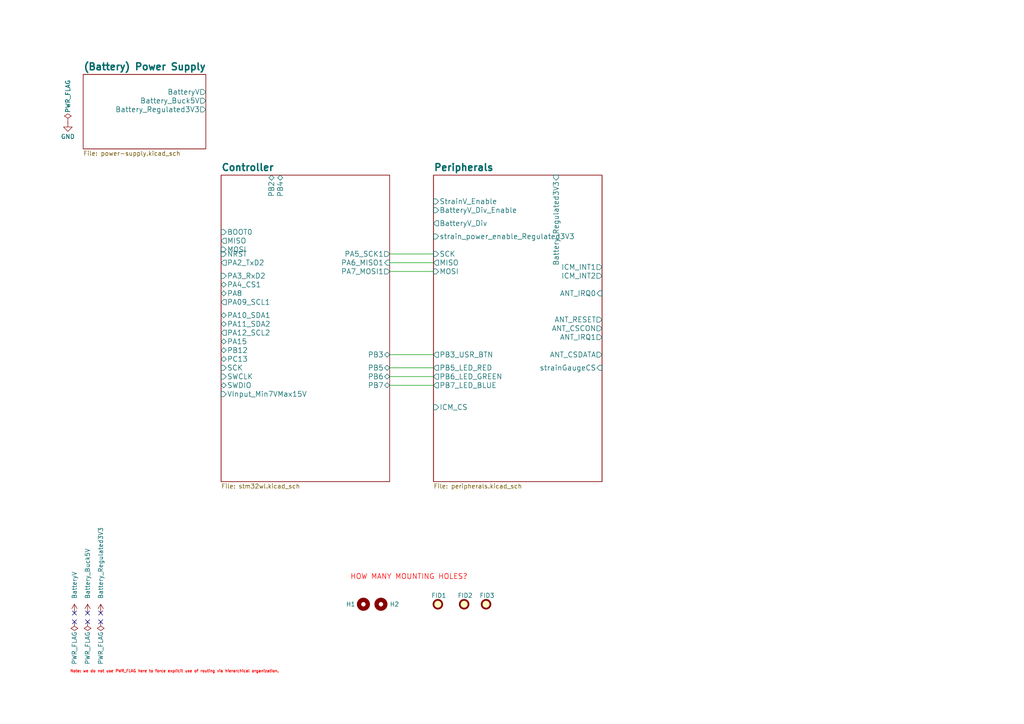
<source format=kicad_sch>
(kicad_sch
	(version 20250114)
	(generator "eeschema")
	(generator_version "9.0")
	(uuid "955cc99e-a129-42cf-abc7-aa99813fdb5f")
	(paper "A4")
	(title_block
		(title "sensor system")
		(date "2025-03-08")
		(rev "1")
		(company "BCIT BAJA")
	)
	(lib_symbols
		(symbol "Mechanical:Fiducial"
			(exclude_from_sim yes)
			(in_bom no)
			(on_board yes)
			(property "Reference" "FID"
				(at 0 5.08 0)
				(effects
					(font
						(size 1.27 1.27)
					)
				)
			)
			(property "Value" "Fiducial"
				(at 0 3.175 0)
				(effects
					(font
						(size 1.27 1.27)
					)
				)
			)
			(property "Footprint" ""
				(at 0 0 0)
				(effects
					(font
						(size 1.27 1.27)
					)
					(hide yes)
				)
			)
			(property "Datasheet" "~"
				(at 0 0 0)
				(effects
					(font
						(size 1.27 1.27)
					)
					(hide yes)
				)
			)
			(property "Description" "Fiducial Marker"
				(at 0 0 0)
				(effects
					(font
						(size 1.27 1.27)
					)
					(hide yes)
				)
			)
			(property "ki_keywords" "fiducial marker"
				(at 0 0 0)
				(effects
					(font
						(size 1.27 1.27)
					)
					(hide yes)
				)
			)
			(property "ki_fp_filters" "Fiducial*"
				(at 0 0 0)
				(effects
					(font
						(size 1.27 1.27)
					)
					(hide yes)
				)
			)
			(symbol "Fiducial_0_1"
				(circle
					(center 0 0)
					(radius 1.27)
					(stroke
						(width 0.508)
						(type default)
					)
					(fill
						(type background)
					)
				)
			)
			(embedded_fonts no)
		)
		(symbol "Mechanical:MountingHole"
			(pin_names
				(offset 1.016)
			)
			(exclude_from_sim no)
			(in_bom yes)
			(on_board yes)
			(property "Reference" "H"
				(at 0 5.08 0)
				(effects
					(font
						(size 1.27 1.27)
					)
				)
			)
			(property "Value" "MountingHole"
				(at 0 3.175 0)
				(effects
					(font
						(size 1.27 1.27)
					)
				)
			)
			(property "Footprint" ""
				(at 0 0 0)
				(effects
					(font
						(size 1.27 1.27)
					)
					(hide yes)
				)
			)
			(property "Datasheet" "~"
				(at 0 0 0)
				(effects
					(font
						(size 1.27 1.27)
					)
					(hide yes)
				)
			)
			(property "Description" "Mounting Hole without connection"
				(at 0 0 0)
				(effects
					(font
						(size 1.27 1.27)
					)
					(hide yes)
				)
			)
			(property "ki_keywords" "mounting hole"
				(at 0 0 0)
				(effects
					(font
						(size 1.27 1.27)
					)
					(hide yes)
				)
			)
			(property "ki_fp_filters" "MountingHole*"
				(at 0 0 0)
				(effects
					(font
						(size 1.27 1.27)
					)
					(hide yes)
				)
			)
			(symbol "MountingHole_0_1"
				(circle
					(center 0 0)
					(radius 1.27)
					(stroke
						(width 1.27)
						(type default)
					)
					(fill
						(type none)
					)
				)
			)
			(embedded_fonts no)
		)
		(symbol "power:+2V8"
			(power)
			(pin_names
				(offset 0)
			)
			(exclude_from_sim no)
			(in_bom yes)
			(on_board yes)
			(property "Reference" "#PWR"
				(at 0 -3.81 0)
				(effects
					(font
						(size 1.27 1.27)
					)
					(hide yes)
				)
			)
			(property "Value" "+2V8"
				(at 0 3.556 0)
				(effects
					(font
						(size 1.27 1.27)
					)
				)
			)
			(property "Footprint" ""
				(at 0 0 0)
				(effects
					(font
						(size 1.27 1.27)
					)
					(hide yes)
				)
			)
			(property "Datasheet" ""
				(at 0 0 0)
				(effects
					(font
						(size 1.27 1.27)
					)
					(hide yes)
				)
			)
			(property "Description" "Power symbol creates a global label with name \"+2V8\""
				(at 0 0 0)
				(effects
					(font
						(size 1.27 1.27)
					)
					(hide yes)
				)
			)
			(property "ki_keywords" "power-flag"
				(at 0 0 0)
				(effects
					(font
						(size 1.27 1.27)
					)
					(hide yes)
				)
			)
			(symbol "+2V8_0_1"
				(polyline
					(pts
						(xy -0.762 1.27) (xy 0 2.54)
					)
					(stroke
						(width 0)
						(type default)
					)
					(fill
						(type none)
					)
				)
				(polyline
					(pts
						(xy 0 2.54) (xy 0.762 1.27)
					)
					(stroke
						(width 0)
						(type default)
					)
					(fill
						(type none)
					)
				)
				(polyline
					(pts
						(xy 0 0) (xy 0 2.54)
					)
					(stroke
						(width 0)
						(type default)
					)
					(fill
						(type none)
					)
				)
			)
			(symbol "+2V8_1_1"
				(pin power_in line
					(at 0 0 90)
					(length 0)
					(hide yes)
					(name "+2V8"
						(effects
							(font
								(size 1.27 1.27)
							)
						)
					)
					(number "1"
						(effects
							(font
								(size 1.27 1.27)
							)
						)
					)
				)
			)
			(embedded_fonts no)
		)
		(symbol "power:+BATT"
			(power)
			(pin_names
				(offset 0)
			)
			(exclude_from_sim no)
			(in_bom yes)
			(on_board yes)
			(property "Reference" "#PWR"
				(at 0 -3.81 0)
				(effects
					(font
						(size 1.27 1.27)
					)
					(hide yes)
				)
			)
			(property "Value" "+BATT"
				(at 0 3.556 0)
				(effects
					(font
						(size 1.27 1.27)
					)
				)
			)
			(property "Footprint" ""
				(at 0 0 0)
				(effects
					(font
						(size 1.27 1.27)
					)
					(hide yes)
				)
			)
			(property "Datasheet" ""
				(at 0 0 0)
				(effects
					(font
						(size 1.27 1.27)
					)
					(hide yes)
				)
			)
			(property "Description" "Power symbol creates a global label with name \"+BATT\""
				(at 0 0 0)
				(effects
					(font
						(size 1.27 1.27)
					)
					(hide yes)
				)
			)
			(property "ki_keywords" "power-flag battery"
				(at 0 0 0)
				(effects
					(font
						(size 1.27 1.27)
					)
					(hide yes)
				)
			)
			(symbol "+BATT_0_1"
				(polyline
					(pts
						(xy -0.762 1.27) (xy 0 2.54)
					)
					(stroke
						(width 0)
						(type default)
					)
					(fill
						(type none)
					)
				)
				(polyline
					(pts
						(xy 0 2.54) (xy 0.762 1.27)
					)
					(stroke
						(width 0)
						(type default)
					)
					(fill
						(type none)
					)
				)
				(polyline
					(pts
						(xy 0 0) (xy 0 2.54)
					)
					(stroke
						(width 0)
						(type default)
					)
					(fill
						(type none)
					)
				)
			)
			(symbol "+BATT_1_1"
				(pin power_in line
					(at 0 0 90)
					(length 0)
					(hide yes)
					(name "+BATT"
						(effects
							(font
								(size 1.27 1.27)
							)
						)
					)
					(number "1"
						(effects
							(font
								(size 1.27 1.27)
							)
						)
					)
				)
			)
			(embedded_fonts no)
		)
		(symbol "power:GND"
			(power)
			(pin_names
				(offset 0)
			)
			(exclude_from_sim no)
			(in_bom yes)
			(on_board yes)
			(property "Reference" "#PWR"
				(at 0 -6.35 0)
				(effects
					(font
						(size 1.27 1.27)
					)
					(hide yes)
				)
			)
			(property "Value" "GND"
				(at 0 -3.81 0)
				(effects
					(font
						(size 1.27 1.27)
					)
				)
			)
			(property "Footprint" ""
				(at 0 0 0)
				(effects
					(font
						(size 1.27 1.27)
					)
					(hide yes)
				)
			)
			(property "Datasheet" ""
				(at 0 0 0)
				(effects
					(font
						(size 1.27 1.27)
					)
					(hide yes)
				)
			)
			(property "Description" "Power symbol creates a global label with name \"GND\" , ground"
				(at 0 0 0)
				(effects
					(font
						(size 1.27 1.27)
					)
					(hide yes)
				)
			)
			(property "ki_keywords" "power-flag"
				(at 0 0 0)
				(effects
					(font
						(size 1.27 1.27)
					)
					(hide yes)
				)
			)
			(symbol "GND_0_1"
				(polyline
					(pts
						(xy 0 0) (xy 0 -1.27) (xy 1.27 -1.27) (xy 0 -2.54) (xy -1.27 -1.27) (xy 0 -1.27)
					)
					(stroke
						(width 0)
						(type default)
					)
					(fill
						(type none)
					)
				)
			)
			(symbol "GND_1_1"
				(pin power_in line
					(at 0 0 270)
					(length 0)
					(hide yes)
					(name "GND"
						(effects
							(font
								(size 1.27 1.27)
							)
						)
					)
					(number "1"
						(effects
							(font
								(size 1.27 1.27)
							)
						)
					)
				)
			)
			(embedded_fonts no)
		)
		(symbol "power:PWR_FLAG"
			(power)
			(pin_numbers
				(hide yes)
			)
			(pin_names
				(offset 0)
				(hide yes)
			)
			(exclude_from_sim no)
			(in_bom yes)
			(on_board yes)
			(property "Reference" "#FLG"
				(at 0 1.905 0)
				(effects
					(font
						(size 1.27 1.27)
					)
					(hide yes)
				)
			)
			(property "Value" "PWR_FLAG"
				(at 0 3.81 0)
				(effects
					(font
						(size 1.27 1.27)
					)
				)
			)
			(property "Footprint" ""
				(at 0 0 0)
				(effects
					(font
						(size 1.27 1.27)
					)
					(hide yes)
				)
			)
			(property "Datasheet" "~"
				(at 0 0 0)
				(effects
					(font
						(size 1.27 1.27)
					)
					(hide yes)
				)
			)
			(property "Description" "Special symbol for telling ERC where power comes from"
				(at 0 0 0)
				(effects
					(font
						(size 1.27 1.27)
					)
					(hide yes)
				)
			)
			(property "ki_keywords" "power-flag"
				(at 0 0 0)
				(effects
					(font
						(size 1.27 1.27)
					)
					(hide yes)
				)
			)
			(symbol "PWR_FLAG_0_0"
				(pin power_out line
					(at 0 0 90)
					(length 0)
					(name "pwr"
						(effects
							(font
								(size 1.27 1.27)
							)
						)
					)
					(number "1"
						(effects
							(font
								(size 1.27 1.27)
							)
						)
					)
				)
			)
			(symbol "PWR_FLAG_0_1"
				(polyline
					(pts
						(xy 0 0) (xy 0 1.27) (xy -1.016 1.905) (xy 0 2.54) (xy 1.016 1.905) (xy 0 1.27)
					)
					(stroke
						(width 0)
						(type default)
					)
					(fill
						(type none)
					)
				)
			)
			(embedded_fonts no)
		)
		(symbol "power:VCC"
			(power)
			(pin_numbers
				(hide yes)
			)
			(pin_names
				(offset 0)
				(hide yes)
			)
			(exclude_from_sim no)
			(in_bom yes)
			(on_board yes)
			(property "Reference" "#PWR"
				(at 0 -3.81 0)
				(effects
					(font
						(size 1.27 1.27)
					)
					(hide yes)
				)
			)
			(property "Value" "VCC"
				(at 0 3.556 0)
				(effects
					(font
						(size 1.27 1.27)
					)
				)
			)
			(property "Footprint" ""
				(at 0 0 0)
				(effects
					(font
						(size 1.27 1.27)
					)
					(hide yes)
				)
			)
			(property "Datasheet" ""
				(at 0 0 0)
				(effects
					(font
						(size 1.27 1.27)
					)
					(hide yes)
				)
			)
			(property "Description" "Power symbol creates a global label with name \"VCC\""
				(at 0 0 0)
				(effects
					(font
						(size 1.27 1.27)
					)
					(hide yes)
				)
			)
			(property "ki_keywords" "global power"
				(at 0 0 0)
				(effects
					(font
						(size 1.27 1.27)
					)
					(hide yes)
				)
			)
			(symbol "VCC_0_1"
				(polyline
					(pts
						(xy -0.762 1.27) (xy 0 2.54)
					)
					(stroke
						(width 0)
						(type default)
					)
					(fill
						(type none)
					)
				)
				(polyline
					(pts
						(xy 0 2.54) (xy 0.762 1.27)
					)
					(stroke
						(width 0)
						(type default)
					)
					(fill
						(type none)
					)
				)
				(polyline
					(pts
						(xy 0 0) (xy 0 2.54)
					)
					(stroke
						(width 0)
						(type default)
					)
					(fill
						(type none)
					)
				)
			)
			(symbol "VCC_1_1"
				(pin power_in line
					(at 0 0 90)
					(length 0)
					(name "~"
						(effects
							(font
								(size 1.27 1.27)
							)
						)
					)
					(number "1"
						(effects
							(font
								(size 1.27 1.27)
							)
						)
					)
				)
			)
			(embedded_fonts no)
		)
	)
	(text "HOW MANY MOUNTING HOLES?"
		(exclude_from_sim no)
		(at 118.618 167.386 0)
		(effects
			(font
				(size 1.4986 1.4986)
				(color 255 0 0 1)
			)
		)
		(uuid "aa9099b3-4cba-4478-8ce2-4eebb21cb7d0")
	)
	(text "Note: we do not use PWR_FLAG here to force explicit use of routing via hierarchical organization."
		(exclude_from_sim no)
		(at 20.32 194.818 0)
		(effects
			(font
				(size 0.8 0.8)
				(color 255 0 0 1)
			)
			(justify left)
		)
		(uuid "e78fc792-10d0-4e75-8a0f-8d6ef5498af3")
	)
	(no_connect
		(at 29.21 180.34)
		(uuid "1390b8f5-2277-4733-8d45-26b6fe8b8815")
	)
	(no_connect
		(at 29.21 177.8)
		(uuid "28b86820-2dad-444c-a1a3-32085c0ef24e")
	)
	(no_connect
		(at 21.59 180.34)
		(uuid "4376ef8c-3174-4624-bee1-88064d975eff")
	)
	(no_connect
		(at 21.59 177.8)
		(uuid "5234f220-2949-414a-b36c-542545d1023e")
	)
	(no_connect
		(at 25.4 180.34)
		(uuid "5d2dc3ce-12c2-425d-be1d-bffd7d5c103c")
	)
	(no_connect
		(at 25.4 177.8)
		(uuid "c70a9d05-5747-40b9-90e6-454f250c9e36")
	)
	(wire
		(pts
			(xy 125.73 73.66) (xy 113.03 73.66)
		)
		(stroke
			(width 0)
			(type default)
		)
		(uuid "269f19c3-6824-45a8-be29-fa58d70cbb42")
	)
	(wire
		(pts
			(xy 113.03 102.87) (xy 125.73 102.87)
		)
		(stroke
			(width 0)
			(type default)
		)
		(uuid "337e8520-cbd2-42c0-8d17-743bab17cbbd")
	)
	(wire
		(pts
			(xy 113.03 111.76) (xy 125.73 111.76)
		)
		(stroke
			(width 0)
			(type default)
		)
		(uuid "96db52e2-6336-4f5e-846e-528c594d0509")
	)
	(wire
		(pts
			(xy 113.03 76.2) (xy 125.73 76.2)
		)
		(stroke
			(width 0)
			(type default)
		)
		(uuid "da481376-0e49-44d3-91b8-aaa39b869dd1")
	)
	(wire
		(pts
			(xy 125.73 109.22) (xy 113.03 109.22)
		)
		(stroke
			(width 0)
			(type default)
		)
		(uuid "f0ff5d1c-5481-4958-b844-4f68a17d4166")
	)
	(wire
		(pts
			(xy 125.73 78.74) (xy 113.03 78.74)
		)
		(stroke
			(width 0)
			(type default)
		)
		(uuid "f988d6ea-11c5-4837-b1d1-5c292ded50c6")
	)
	(wire
		(pts
			(xy 113.03 106.68) (xy 125.73 106.68)
		)
		(stroke
			(width 0)
			(type default)
		)
		(uuid "fdc60c06-30fa-4dfb-96b4-809b755999e1")
	)
	(symbol
		(lib_id "Mechanical:MountingHole")
		(at 110.49 175.26 0)
		(unit 1)
		(exclude_from_sim no)
		(in_bom yes)
		(on_board yes)
		(dnp no)
		(uuid "24cccccf-359d-4557-b30d-3278105a804b")
		(property "Reference" "H2"
			(at 113.03 175.26 0)
			(effects
				(font
					(size 1.27 1.27)
				)
				(justify left)
			)
		)
		(property "Value" "MountingHole"
			(at 113.03 176.403 0)
			(effects
				(font
					(size 1.27 1.27)
				)
				(justify left)
				(hide yes)
			)
		)
		(property "Footprint" "MountingHole:MountingHole_2.5mm"
			(at 110.49 175.26 0)
			(effects
				(font
					(size 1.27 1.27)
				)
				(hide yes)
			)
		)
		(property "Datasheet" "~"
			(at 110.49 175.26 0)
			(effects
				(font
					(size 1.27 1.27)
				)
				(hide yes)
			)
		)
		(property "Description" ""
			(at 110.49 175.26 0)
			(effects
				(font
					(size 1.27 1.27)
				)
				(hide yes)
			)
		)
		(property "MPN" "~"
			(at 110.49 175.26 0)
			(effects
				(font
					(size 1.27 1.27)
				)
				(hide yes)
			)
		)
		(property "URL" "~"
			(at 110.49 175.26 0)
			(effects
				(font
					(size 1.27 1.27)
				)
				(hide yes)
			)
		)
		(property "Distributor link" ""
			(at 110.49 175.26 0)
			(effects
				(font
					(size 1.27 1.27)
				)
				(hide yes)
			)
		)
		(property "Manufacturer" ""
			(at 110.49 175.26 0)
			(effects
				(font
					(size 1.27 1.27)
				)
				(hide yes)
			)
		)
		(property "Manufacturer Part Number" ""
			(at 110.49 175.26 0)
			(effects
				(font
					(size 1.27 1.27)
				)
				(hide yes)
			)
		)
		(instances
			(project "pcb-stm32wl_bajaSensors"
				(path "/955cc99e-a129-42cf-abc7-aa99813fdb5f"
					(reference "H2")
					(unit 1)
				)
			)
		)
	)
	(symbol
		(lib_id "Mechanical:Fiducial")
		(at 134.62 175.26 0)
		(unit 1)
		(exclude_from_sim yes)
		(in_bom no)
		(on_board yes)
		(dnp no)
		(uuid "3d875538-4286-42cd-a8ba-b1b51da6534c")
		(property "Reference" "FID2"
			(at 132.715 172.72 0)
			(effects
				(font
					(size 1.27 1.27)
				)
				(justify left)
			)
		)
		(property "Value" "Fiducial"
			(at 137.795 176.5299 0)
			(effects
				(font
					(size 1.27 1.27)
				)
				(justify left)
				(hide yes)
			)
		)
		(property "Footprint" "Fiducial:Fiducial_1mm_Mask2mm"
			(at 134.62 175.26 0)
			(effects
				(font
					(size 1.27 1.27)
				)
				(hide yes)
			)
		)
		(property "Datasheet" "~"
			(at 134.62 175.26 0)
			(effects
				(font
					(size 1.27 1.27)
				)
				(hide yes)
			)
		)
		(property "Description" "Fiducial Marker"
			(at 134.62 175.26 0)
			(effects
				(font
					(size 1.27 1.27)
				)
				(hide yes)
			)
		)
		(property "Sim.Device" ""
			(at 134.62 175.26 0)
			(effects
				(font
					(size 1.27 1.27)
				)
				(hide yes)
			)
		)
		(property "Sim.Pins" ""
			(at 134.62 175.26 0)
			(effects
				(font
					(size 1.27 1.27)
				)
				(hide yes)
			)
		)
		(property "Sim.Type" ""
			(at 134.62 175.26 0)
			(effects
				(font
					(size 1.27 1.27)
				)
				(hide yes)
			)
		)
		(instances
			(project "pcb-stm32wl_bajaSensors"
				(path "/955cc99e-a129-42cf-abc7-aa99813fdb5f"
					(reference "FID2")
					(unit 1)
				)
			)
		)
	)
	(symbol
		(lib_id "power:GND")
		(at 19.685 35.56 0)
		(unit 1)
		(exclude_from_sim no)
		(in_bom yes)
		(on_board yes)
		(dnp no)
		(uuid "46a73f1b-73e2-4916-a692-e7b7d25c52f4")
		(property "Reference" "#PWR011"
			(at 19.685 41.91 0)
			(effects
				(font
					(size 1.27 1.27)
				)
				(hide yes)
			)
		)
		(property "Value" "GND"
			(at 19.685 39.624 0)
			(effects
				(font
					(size 1.27 1.27)
				)
			)
		)
		(property "Footprint" ""
			(at 19.685 35.56 0)
			(effects
				(font
					(size 1.27 1.27)
				)
				(hide yes)
			)
		)
		(property "Datasheet" ""
			(at 19.685 35.56 0)
			(effects
				(font
					(size 1.27 1.27)
				)
				(hide yes)
			)
		)
		(property "Description" ""
			(at 19.685 35.56 0)
			(effects
				(font
					(size 1.27 1.27)
				)
				(hide yes)
			)
		)
		(pin "1"
			(uuid "b810dfba-faa6-4562-84c4-16a88a8cc03f")
		)
		(instances
			(project "pcb-stm32wl_bajaSensors"
				(path "/955cc99e-a129-42cf-abc7-aa99813fdb5f"
					(reference "#PWR011")
					(unit 1)
				)
			)
		)
	)
	(symbol
		(lib_id "Mechanical:Fiducial")
		(at 140.97 175.26 0)
		(unit 1)
		(exclude_from_sim yes)
		(in_bom no)
		(on_board yes)
		(dnp no)
		(uuid "61a3f1b7-5d64-45d1-a0ce-68eda60d852c")
		(property "Reference" "FID3"
			(at 139.065 172.72 0)
			(effects
				(font
					(size 1.27 1.27)
				)
				(justify left)
			)
		)
		(property "Value" "Fiducial"
			(at 144.145 176.5299 0)
			(effects
				(font
					(size 1.27 1.27)
				)
				(justify left)
				(hide yes)
			)
		)
		(property "Footprint" "Fiducial:Fiducial_1mm_Mask2mm"
			(at 140.97 175.26 0)
			(effects
				(font
					(size 1.27 1.27)
				)
				(hide yes)
			)
		)
		(property "Datasheet" "~"
			(at 140.97 175.26 0)
			(effects
				(font
					(size 1.27 1.27)
				)
				(hide yes)
			)
		)
		(property "Description" "Fiducial Marker"
			(at 140.97 175.26 0)
			(effects
				(font
					(size 1.27 1.27)
				)
				(hide yes)
			)
		)
		(property "Sim.Device" ""
			(at 140.97 175.26 0)
			(effects
				(font
					(size 1.27 1.27)
				)
				(hide yes)
			)
		)
		(property "Sim.Pins" ""
			(at 140.97 175.26 0)
			(effects
				(font
					(size 1.27 1.27)
				)
				(hide yes)
			)
		)
		(property "Sim.Type" ""
			(at 140.97 175.26 0)
			(effects
				(font
					(size 1.27 1.27)
				)
				(hide yes)
			)
		)
		(instances
			(project "pcb-stm32wl_bajaSensors"
				(path "/955cc99e-a129-42cf-abc7-aa99813fdb5f"
					(reference "FID3")
					(unit 1)
				)
			)
		)
	)
	(symbol
		(lib_id "power:PWR_FLAG")
		(at 25.4 180.34 180)
		(unit 1)
		(exclude_from_sim no)
		(in_bom yes)
		(on_board yes)
		(dnp no)
		(uuid "80e6f279-43bd-4695-8b96-541032ead81e")
		(property "Reference" "#FLG03"
			(at 25.4 182.245 0)
			(effects
				(font
					(size 1.27 1.27)
				)
				(hide yes)
			)
		)
		(property "Value" "PWR_FLAG"
			(at 25.4 187.96 90)
			(effects
				(font
					(size 1.27 1.27)
				)
			)
		)
		(property "Footprint" ""
			(at 25.4 180.34 0)
			(effects
				(font
					(size 1.27 1.27)
				)
				(hide yes)
			)
		)
		(property "Datasheet" "~"
			(at 25.4 180.34 0)
			(effects
				(font
					(size 1.27 1.27)
				)
				(hide yes)
			)
		)
		(property "Description" ""
			(at 25.4 180.34 0)
			(effects
				(font
					(size 1.27 1.27)
				)
				(hide yes)
			)
		)
		(pin "1"
			(uuid "4d783d62-8e2f-48cf-8322-1bb6f8e65eea")
		)
		(instances
			(project "pcb-stm32wl_bajaSensors"
				(path "/955cc99e-a129-42cf-abc7-aa99813fdb5f"
					(reference "#FLG03")
					(unit 1)
				)
			)
		)
	)
	(symbol
		(lib_id "Mechanical:MountingHole")
		(at 105.41 175.26 0)
		(unit 1)
		(exclude_from_sim no)
		(in_bom yes)
		(on_board yes)
		(dnp no)
		(uuid "913e1d12-6c52-4d8d-a5ad-504f26f69413")
		(property "Reference" "H1"
			(at 100.33 175.26 0)
			(effects
				(font
					(size 1.27 1.27)
				)
				(justify left)
			)
		)
		(property "Value" "MountingHole"
			(at 107.95 176.403 0)
			(effects
				(font
					(size 1.27 1.27)
				)
				(justify left)
				(hide yes)
			)
		)
		(property "Footprint" "MountingHole:MountingHole_2.5mm"
			(at 105.41 175.26 0)
			(effects
				(font
					(size 1.27 1.27)
				)
				(hide yes)
			)
		)
		(property "Datasheet" "~"
			(at 105.41 175.26 0)
			(effects
				(font
					(size 1.27 1.27)
				)
				(hide yes)
			)
		)
		(property "Description" ""
			(at 105.41 175.26 0)
			(effects
				(font
					(size 1.27 1.27)
				)
				(hide yes)
			)
		)
		(property "MPN" "~"
			(at 105.41 175.26 0)
			(effects
				(font
					(size 1.27 1.27)
				)
				(hide yes)
			)
		)
		(property "URL" "~"
			(at 105.41 175.26 0)
			(effects
				(font
					(size 1.27 1.27)
				)
				(hide yes)
			)
		)
		(property "Distributor link" ""
			(at 105.41 175.26 0)
			(effects
				(font
					(size 1.27 1.27)
				)
				(hide yes)
			)
		)
		(property "Manufacturer" ""
			(at 105.41 175.26 0)
			(effects
				(font
					(size 1.27 1.27)
				)
				(hide yes)
			)
		)
		(property "Manufacturer Part Number" ""
			(at 105.41 175.26 0)
			(effects
				(font
					(size 1.27 1.27)
				)
				(hide yes)
			)
		)
		(instances
			(project "pcb-stm32wl_bajaSensors"
				(path "/955cc99e-a129-42cf-abc7-aa99813fdb5f"
					(reference "H1")
					(unit 1)
				)
			)
		)
	)
	(symbol
		(lib_id "power:PWR_FLAG")
		(at 21.59 180.34 180)
		(unit 1)
		(exclude_from_sim no)
		(in_bom yes)
		(on_board yes)
		(dnp no)
		(uuid "9f64f7f1-9438-4480-bfd6-453951e7c5e2")
		(property "Reference" "#FLG02"
			(at 21.59 182.245 0)
			(effects
				(font
					(size 1.27 1.27)
				)
				(hide yes)
			)
		)
		(property "Value" "PWR_FLAG"
			(at 21.59 187.96 90)
			(effects
				(font
					(size 1.27 1.27)
				)
			)
		)
		(property "Footprint" ""
			(at 21.59 180.34 0)
			(effects
				(font
					(size 1.27 1.27)
				)
				(hide yes)
			)
		)
		(property "Datasheet" "~"
			(at 21.59 180.34 0)
			(effects
				(font
					(size 1.27 1.27)
				)
				(hide yes)
			)
		)
		(property "Description" ""
			(at 21.59 180.34 0)
			(effects
				(font
					(size 1.27 1.27)
				)
				(hide yes)
			)
		)
		(pin "1"
			(uuid "f64eb181-0f6f-4ee8-a834-ffa8abf1b5d3")
		)
		(instances
			(project "pcb-stm32wl_bajaSensors"
				(path "/955cc99e-a129-42cf-abc7-aa99813fdb5f"
					(reference "#FLG02")
					(unit 1)
				)
			)
		)
	)
	(symbol
		(lib_id "power:+BATT")
		(at 21.59 177.8 0)
		(unit 1)
		(exclude_from_sim no)
		(in_bom yes)
		(on_board yes)
		(dnp no)
		(uuid "a946850f-b1ce-4dd1-9dc8-4edd8173712f")
		(property "Reference" "#PWR017"
			(at 21.59 181.61 0)
			(effects
				(font
					(size 1.27 1.27)
				)
				(hide yes)
			)
		)
		(property "Value" "BatteryV"
			(at 21.59 173.736 90)
			(effects
				(font
					(size 1.27 1.27)
				)
				(justify left)
			)
		)
		(property "Footprint" ""
			(at 21.59 177.8 0)
			(effects
				(font
					(size 1.27 1.27)
				)
				(hide yes)
			)
		)
		(property "Datasheet" ""
			(at 21.59 177.8 0)
			(effects
				(font
					(size 1.27 1.27)
				)
				(hide yes)
			)
		)
		(property "Description" ""
			(at 21.59 177.8 0)
			(effects
				(font
					(size 1.27 1.27)
				)
				(hide yes)
			)
		)
		(pin "1"
			(uuid "cc3bb9de-485e-475f-b0af-d49b9684a384")
		)
		(instances
			(project "pcb-stm32wl_bajaSensors"
				(path "/955cc99e-a129-42cf-abc7-aa99813fdb5f"
					(reference "#PWR017")
					(unit 1)
				)
			)
		)
	)
	(symbol
		(lib_id "Mechanical:Fiducial")
		(at 127 175.26 0)
		(unit 1)
		(exclude_from_sim yes)
		(in_bom no)
		(on_board yes)
		(dnp no)
		(uuid "c3c9b57c-486e-4521-897e-704163e8f2fb")
		(property "Reference" "FID1"
			(at 125.095 172.72 0)
			(effects
				(font
					(size 1.27 1.27)
				)
				(justify left)
			)
		)
		(property "Value" "Fiducial"
			(at 130.175 176.5299 0)
			(effects
				(font
					(size 1.27 1.27)
				)
				(justify left)
				(hide yes)
			)
		)
		(property "Footprint" "Fiducial:Fiducial_1mm_Mask2mm"
			(at 127 175.26 0)
			(effects
				(font
					(size 1.27 1.27)
				)
				(hide yes)
			)
		)
		(property "Datasheet" "~"
			(at 127 175.26 0)
			(effects
				(font
					(size 1.27 1.27)
				)
				(hide yes)
			)
		)
		(property "Description" "Fiducial Marker"
			(at 127 175.26 0)
			(effects
				(font
					(size 1.27 1.27)
				)
				(hide yes)
			)
		)
		(property "Sim.Device" ""
			(at 127 175.26 0)
			(effects
				(font
					(size 1.27 1.27)
				)
				(hide yes)
			)
		)
		(property "Sim.Pins" ""
			(at 127 175.26 0)
			(effects
				(font
					(size 1.27 1.27)
				)
				(hide yes)
			)
		)
		(property "Sim.Type" ""
			(at 127 175.26 0)
			(effects
				(font
					(size 1.27 1.27)
				)
				(hide yes)
			)
		)
		(instances
			(project "pcb-stm32wl_bajaSensors"
				(path "/955cc99e-a129-42cf-abc7-aa99813fdb5f"
					(reference "FID1")
					(unit 1)
				)
			)
		)
	)
	(symbol
		(lib_id "power:PWR_FLAG")
		(at 19.685 35.56 0)
		(unit 1)
		(exclude_from_sim no)
		(in_bom yes)
		(on_board yes)
		(dnp no)
		(uuid "c7c8bb32-5b71-4030-9d22-749a2f1903fc")
		(property "Reference" "#FLG01"
			(at 19.685 33.655 0)
			(effects
				(font
					(size 1.27 1.27)
				)
				(hide yes)
			)
		)
		(property "Value" "PWR_FLAG"
			(at 19.685 27.94 90)
			(effects
				(font
					(size 1.27 1.27)
				)
			)
		)
		(property "Footprint" ""
			(at 19.685 35.56 0)
			(effects
				(font
					(size 1.27 1.27)
				)
				(hide yes)
			)
		)
		(property "Datasheet" "~"
			(at 19.685 35.56 0)
			(effects
				(font
					(size 1.27 1.27)
				)
				(hide yes)
			)
		)
		(property "Description" ""
			(at 19.685 35.56 0)
			(effects
				(font
					(size 1.27 1.27)
				)
				(hide yes)
			)
		)
		(pin "1"
			(uuid "a6850769-dfd0-4feb-932f-dffb270ab060")
		)
		(instances
			(project "pcb-stm32wl_bajaSensors"
				(path "/955cc99e-a129-42cf-abc7-aa99813fdb5f"
					(reference "#FLG01")
					(unit 1)
				)
			)
		)
	)
	(symbol
		(lib_id "power:VCC")
		(at 25.4 177.8 0)
		(unit 1)
		(exclude_from_sim no)
		(in_bom yes)
		(on_board yes)
		(dnp no)
		(uuid "d891ca6a-57ed-4615-9a3e-7ece4d07de99")
		(property "Reference" "#PWR027"
			(at 25.4 181.61 0)
			(effects
				(font
					(size 1.27 1.27)
				)
				(hide yes)
			)
		)
		(property "Value" "Battery_Buck5V"
			(at 25.4 173.736 90)
			(effects
				(font
					(size 1.27 1.27)
				)
				(justify left)
			)
		)
		(property "Footprint" ""
			(at 25.4 177.8 0)
			(effects
				(font
					(size 1.27 1.27)
				)
				(hide yes)
			)
		)
		(property "Datasheet" ""
			(at 25.4 177.8 0)
			(effects
				(font
					(size 1.27 1.27)
				)
				(hide yes)
			)
		)
		(property "Description" "Power symbol creates a global label with name \"VCC\""
			(at 25.4 177.8 0)
			(effects
				(font
					(size 1.27 1.27)
				)
				(hide yes)
			)
		)
		(pin "1"
			(uuid "971c4c34-fb22-4840-9b07-fe39e9548c5f")
		)
		(instances
			(project "pcb-stm32wl_bajaSensors"
				(path "/955cc99e-a129-42cf-abc7-aa99813fdb5f"
					(reference "#PWR027")
					(unit 1)
				)
			)
		)
	)
	(symbol
		(lib_id "power:PWR_FLAG")
		(at 29.21 180.34 180)
		(unit 1)
		(exclude_from_sim no)
		(in_bom yes)
		(on_board yes)
		(dnp no)
		(uuid "f6cc5202-697e-4d64-91f9-ec1504f865e7")
		(property "Reference" "#FLG04"
			(at 29.21 182.245 0)
			(effects
				(font
					(size 1.27 1.27)
				)
				(hide yes)
			)
		)
		(property "Value" "PWR_FLAG"
			(at 29.21 187.96 90)
			(effects
				(font
					(size 1.27 1.27)
				)
			)
		)
		(property "Footprint" ""
			(at 29.21 180.34 0)
			(effects
				(font
					(size 1.27 1.27)
				)
				(hide yes)
			)
		)
		(property "Datasheet" "~"
			(at 29.21 180.34 0)
			(effects
				(font
					(size 1.27 1.27)
				)
				(hide yes)
			)
		)
		(property "Description" ""
			(at 29.21 180.34 0)
			(effects
				(font
					(size 1.27 1.27)
				)
				(hide yes)
			)
		)
		(pin "1"
			(uuid "17886099-5bde-4a60-ada5-d061f56b4ec5")
		)
		(instances
			(project "pcb-stm32wl_bajaSensors"
				(path "/955cc99e-a129-42cf-abc7-aa99813fdb5f"
					(reference "#FLG04")
					(unit 1)
				)
			)
		)
	)
	(symbol
		(lib_id "power:+2V8")
		(at 29.21 177.8 0)
		(unit 1)
		(exclude_from_sim no)
		(in_bom yes)
		(on_board yes)
		(dnp no)
		(uuid "fb0fc75a-4af2-4ff0-81f2-a73ca54f2444")
		(property "Reference" "#PWR028"
			(at 29.21 181.61 0)
			(effects
				(font
					(size 1.27 1.27)
				)
				(hide yes)
			)
		)
		(property "Value" "Battery_Regulated3V3"
			(at 29.21 173.736 90)
			(effects
				(font
					(size 1.27 1.27)
				)
				(justify left)
			)
		)
		(property "Footprint" ""
			(at 29.21 177.8 0)
			(effects
				(font
					(size 1.27 1.27)
				)
				(hide yes)
			)
		)
		(property "Datasheet" ""
			(at 29.21 177.8 0)
			(effects
				(font
					(size 1.27 1.27)
				)
				(hide yes)
			)
		)
		(property "Description" ""
			(at 29.21 177.8 0)
			(effects
				(font
					(size 1.27 1.27)
				)
				(hide yes)
			)
		)
		(pin "1"
			(uuid "cd3ba32d-7b32-4ad9-9a60-4ec395c5ccca")
		)
		(instances
			(project "pcb-stm32wl_bajaSensors"
				(path "/955cc99e-a129-42cf-abc7-aa99813fdb5f"
					(reference "#PWR028")
					(unit 1)
				)
			)
		)
	)
	(sheet
		(at 24.13 21.59)
		(size 35.56 21.59)
		(exclude_from_sim no)
		(in_bom yes)
		(on_board yes)
		(dnp no)
		(fields_autoplaced yes)
		(stroke
			(width 0)
			(type solid)
		)
		(fill
			(color 0 0 0 0.0000)
		)
		(uuid "00000000-0000-0000-0000-00005e90d709")
		(property "Sheetname" "(Battery) Power Supply"
			(at 24.13 20.5101 0)
			(effects
				(font
					(size 2.0066 2.0066)
					(bold yes)
				)
				(justify left bottom)
			)
		)
		(property "Sheetfile" "power-supply.kicad_sch"
			(at 24.13 43.7646 0)
			(effects
				(font
					(size 1.27 1.27)
				)
				(justify left top)
			)
		)
		(pin "Battery_Regulated3V3" output
			(at 59.69 31.75 0)
			(uuid "3911ce5b-1999-4aae-ae8e-6bccbab6da5e")
			(effects
				(font
					(size 1.4986 1.4986)
				)
				(justify right)
			)
		)
		(pin "BatteryV" output
			(at 59.69 26.67 0)
			(uuid "7c32900d-924d-47f4-b9fb-68f9057464e0")
			(effects
				(font
					(size 1.4986 1.4986)
				)
				(justify right)
			)
		)
		(pin "Battery_Buck5V" output
			(at 59.69 29.21 0)
			(uuid "53bf56eb-c002-47cc-815c-f4191289696a")
			(effects
				(font
					(size 1.4986 1.4986)
				)
				(justify right)
			)
		)
		(instances
			(project "pcb-stm32wl_bajaSensors"
				(path "/955cc99e-a129-42cf-abc7-aa99813fdb5f"
					(page "4")
				)
			)
		)
	)
	(sheet
		(at 64.135 50.8)
		(size 48.895 88.9)
		(exclude_from_sim no)
		(in_bom yes)
		(on_board yes)
		(dnp no)
		(fields_autoplaced yes)
		(stroke
			(width 0)
			(type solid)
		)
		(fill
			(color 0 0 0 0.0000)
		)
		(uuid "00000000-0000-0000-0000-00005ea70ac3")
		(property "Sheetname" "Controller"
			(at 64.135 49.7201 0)
			(effects
				(font
					(size 2.0066 2.0066)
					(bold yes)
				)
				(justify left bottom)
			)
		)
		(property "Sheetfile" "stm32wl.kicad_sch"
			(at 64.135 140.2846 0)
			(effects
				(font
					(size 1.27 1.27)
				)
				(justify left top)
			)
		)
		(pin "PB4" bidirectional
			(at 81.28 50.8 90)
			(uuid "91fe070a-a49b-4bc5-805a-42f23e10d114")
			(effects
				(font
					(size 1.4986 1.4986)
				)
				(justify right)
			)
		)
		(pin "PB2" bidirectional
			(at 78.74 50.8 90)
			(uuid "501880c3-8633-456f-9add-0e8fa1932ba6")
			(effects
				(font
					(size 1.4986 1.4986)
				)
				(justify right)
			)
		)
		(pin "PA5_SCK1" output
			(at 113.03 73.66 0)
			(uuid "24b72b0d-63b8-4e06-89d0-e94dcf39a600")
			(effects
				(font
					(size 1.4986 1.4986)
				)
				(justify right)
			)
		)
		(pin "PA6_MISO1" input
			(at 113.03 76.2 0)
			(uuid "a6738794-75ae-48a6-8949-ed8717400d71")
			(effects
				(font
					(size 1.4986 1.4986)
				)
				(justify right)
			)
		)
		(pin "PA7_MOSI1" output
			(at 113.03 78.74 0)
			(uuid "d692b5e6-71b2-4fa6-bc83-618add8d8fef")
			(effects
				(font
					(size 1.4986 1.4986)
				)
				(justify right)
			)
		)
		(pin "PB7" bidirectional
			(at 113.03 111.76 0)
			(uuid "1e48966e-d29d-4521-8939-ec8ac570431d")
			(effects
				(font
					(size 1.4986 1.4986)
				)
				(justify right)
			)
		)
		(pin "PB6" bidirectional
			(at 113.03 109.22 0)
			(uuid "07d160b6-23e1-4aa0-95cb-440482e6fc15")
			(effects
				(font
					(size 1.4986 1.4986)
				)
				(justify right)
			)
		)
		(pin "PB5" bidirectional
			(at 113.03 106.68 0)
			(uuid "a62609cd-29b7-4918-b97d-7b2404ba61cf")
			(effects
				(font
					(size 1.4986 1.4986)
				)
				(justify right)
			)
		)
		(pin "PB3" bidirectional
			(at 113.03 102.87 0)
			(uuid "844d7d7a-b386-45a8-aaf6-bf41bbcb43b5")
			(effects
				(font
					(size 1.4986 1.4986)
				)
				(justify right)
			)
		)
		(pin "BOOT0" input
			(at 64.135 67.31 180)
			(uuid "7391462c-88e0-43b5-b9e2-21043f9a6f6e")
			(effects
				(font
					(size 1.4986 1.4986)
				)
				(justify left)
			)
		)
		(pin "MISO" output
			(at 64.135 69.85 180)
			(uuid "951414af-21cd-4990-a449-4ae5f19620b2")
			(effects
				(font
					(size 1.4986 1.4986)
				)
				(justify left)
			)
		)
		(pin "MOSI" input
			(at 64.135 72.39 180)
			(uuid "7695bc62-11d4-4d97-b98b-6b88ab3d6fb9")
			(effects
				(font
					(size 1.4986 1.4986)
				)
				(justify left)
			)
		)
		(pin "NRST" input
			(at 64.135 73.66 180)
			(uuid "844b66a6-017e-4b1e-a9c5-a61e9f2958f4")
			(effects
				(font
					(size 1.4986 1.4986)
				)
				(justify left)
			)
		)
		(pin "PA2_TxD2" output
			(at 64.135 76.2 180)
			(uuid "ff6097ca-8a46-4ca4-a70b-1e6ae55c4aa6")
			(effects
				(font
					(size 1.4986 1.4986)
				)
				(justify left)
			)
		)
		(pin "PA3_RxD2" input
			(at 64.135 80.01 180)
			(uuid "50916402-4b8e-47d0-a2f8-7de2461a5cca")
			(effects
				(font
					(size 1.4986 1.4986)
				)
				(justify left)
			)
		)
		(pin "PA4_CS1" bidirectional
			(at 64.135 82.55 180)
			(uuid "50fbfd38-fb67-4d19-a053-209080d9abee")
			(effects
				(font
					(size 1.4986 1.4986)
				)
				(justify left)
			)
		)
		(pin "PA8" bidirectional
			(at 64.135 85.09 180)
			(uuid "f4a75aa0-eb84-4673-a818-78872092aafe")
			(effects
				(font
					(size 1.4986 1.4986)
				)
				(justify left)
			)
		)
		(pin "PA09_SCL1" output
			(at 64.135 87.63 180)
			(uuid "b26e0fa4-0e58-4d3a-8b8d-62f8daa3de4d")
			(effects
				(font
					(size 1.4986 1.4986)
				)
				(justify left)
			)
		)
		(pin "PA10_SDA1" bidirectional
			(at 64.135 91.44 180)
			(uuid "ddbefbb2-dd21-4de1-9e83-d1e04c15d30a")
			(effects
				(font
					(size 1.4986 1.4986)
				)
				(justify left)
			)
		)
		(pin "PA11_SDA2" bidirectional
			(at 64.135 93.98 180)
			(uuid "915b20b3-4caf-46bb-b09a-8b6d6833cfe1")
			(effects
				(font
					(size 1.4986 1.4986)
				)
				(justify left)
			)
		)
		(pin "PA12_SCL2" output
			(at 64.135 96.52 180)
			(uuid "7e0fb92d-9a9e-4f64-91e5-569b8277590d")
			(effects
				(font
					(size 1.4986 1.4986)
				)
				(justify left)
			)
		)
		(pin "PA15" bidirectional
			(at 64.135 99.06 180)
			(uuid "139e4876-3425-43d0-8e19-d6d86a13d24d")
			(effects
				(font
					(size 1.4986 1.4986)
				)
				(justify left)
			)
		)
		(pin "PB12" bidirectional
			(at 64.135 101.6 180)
			(uuid "6cbf6c20-264f-4380-bd09-3d681828a4d8")
			(effects
				(font
					(size 1.4986 1.4986)
				)
				(justify left)
			)
		)
		(pin "PC13" bidirectional
			(at 64.135 104.14 180)
			(uuid "86d51ddb-5f1f-4e85-a04e-1a35af7874dc")
			(effects
				(font
					(size 1.4986 1.4986)
				)
				(justify left)
			)
		)
		(pin "SCK" input
			(at 64.135 106.68 180)
			(uuid "12363f81-253a-4d1f-885f-cf7a77b6be90")
			(effects
				(font
					(size 1.4986 1.4986)
				)
				(justify left)
			)
		)
		(pin "SWCLK" input
			(at 64.135 109.22 180)
			(uuid "f7157c04-cfe4-404e-ab97-e703c08b9f6b")
			(effects
				(font
					(size 1.4986 1.4986)
				)
				(justify left)
			)
		)
		(pin "SWDIO" bidirectional
			(at 64.135 111.76 180)
			(uuid "f3cbc8a0-4795-43c0-8dfc-e4287e6b17ff")
			(effects
				(font
					(size 1.4986 1.4986)
				)
				(justify left)
			)
		)
		(pin "VInput_Min7VMax15V" input
			(at 64.135 114.3 180)
			(uuid "6b0e75bc-1409-4b60-b336-0ac749f904c5")
			(effects
				(font
					(size 1.4986 1.4986)
				)
				(justify left)
			)
		)
		(instances
			(project "pcb-stm32wl_bajaSensors"
				(path "/955cc99e-a129-42cf-abc7-aa99813fdb5f"
					(page "2")
				)
			)
		)
	)
	(sheet
		(at 125.73 50.8)
		(size 48.895 88.9)
		(exclude_from_sim no)
		(in_bom yes)
		(on_board yes)
		(dnp no)
		(fields_autoplaced yes)
		(stroke
			(width 0)
			(type solid)
		)
		(fill
			(color 0 0 0 0.0000)
		)
		(uuid "00000000-0000-0000-0000-00005eb1de63")
		(property "Sheetname" "Peripherals"
			(at 125.73 49.7201 0)
			(effects
				(font
					(size 2.0066 2.0066)
					(bold yes)
				)
				(justify left bottom)
			)
		)
		(property "Sheetfile" "peripherals.kicad_sch"
			(at 125.73 140.2846 0)
			(effects
				(font
					(size 1.27 1.27)
				)
				(justify left top)
			)
		)
		(pin "MOSI" input
			(at 125.73 78.74 180)
			(uuid "d7e5a060-eb57-4238-9312-26bc885fc97d")
			(effects
				(font
					(size 1.4986 1.4986)
				)
				(justify left)
			)
		)
		(pin "SCK" input
			(at 125.73 73.66 180)
			(uuid "901440f4-e2a6-4447-83cc-f58a2b26f5c4")
			(effects
				(font
					(size 1.4986 1.4986)
				)
				(justify left)
			)
		)
		(pin "MISO" output
			(at 125.73 76.2 180)
			(uuid "2c60448a-e30f-46b2-89e1-a44f51688efc")
			(effects
				(font
					(size 1.4986 1.4986)
				)
				(justify left)
			)
		)
		(pin "PB3_USR_BTN" output
			(at 125.73 102.87 180)
			(uuid "4b1fce17-dec7-457e-ba3b-a77604e77dc9")
			(effects
				(font
					(size 1.4986 1.4986)
				)
				(justify left)
			)
		)
		(pin "PB5_LED_RED" output
			(at 125.73 106.68 180)
			(uuid "c1bac86f-cbf6-4c5b-b60d-c26fa73d9c09")
			(effects
				(font
					(size 1.4986 1.4986)
				)
				(justify left)
			)
		)
		(pin "PB6_LED_GREEN" output
			(at 125.73 109.22 180)
			(uuid "283c990c-ae5a-4e41-a3ad-b40ca29fe90e")
			(effects
				(font
					(size 1.4986 1.4986)
				)
				(justify left)
			)
		)
		(pin "PB7_LED_BLUE" output
			(at 125.73 111.76 180)
			(uuid "49575217-40b0-4890-8acf-12982cca52b5")
			(effects
				(font
					(size 1.4986 1.4986)
				)
				(justify left)
			)
		)
		(pin "ICM_INT1" output
			(at 174.625 77.47 0)
			(uuid "5de54511-6037-40c3-a5b2-2129f036dfed")
			(effects
				(font
					(size 1.4986 1.4986)
				)
				(justify right)
			)
		)
		(pin "ICM_INT2" output
			(at 174.625 80.01 0)
			(uuid "24da3297-f3fc-48ef-b2fb-be1f5fca59fc")
			(effects
				(font
					(size 1.4986 1.4986)
				)
				(justify right)
			)
		)
		(pin "ANT_IRQ0" input
			(at 174.625 85.09 0)
			(uuid "376b6bf6-fb3b-4d7b-88d5-79f0daa1271b")
			(effects
				(font
					(size 1.4986 1.4986)
				)
				(justify right)
			)
		)
		(pin "ANT_RESET" output
			(at 174.625 92.71 0)
			(uuid "180eed91-c7b0-4227-a0dc-b5d749a2696f")
			(effects
				(font
					(size 1.4986 1.4986)
				)
				(justify right)
			)
		)
		(pin "ANT_CSCON" output
			(at 174.625 95.25 0)
			(uuid "11cb893c-64db-4161-9cdb-83578d5e1318")
			(effects
				(font
					(size 1.4986 1.4986)
				)
				(justify right)
			)
		)
		(pin "ANT_IRQ1" output
			(at 174.625 97.79 0)
			(uuid "3bb17ca4-698c-46b1-9060-6f72894a8a35")
			(effects
				(font
					(size 1.4986 1.4986)
				)
				(justify right)
			)
		)
		(pin "ANT_CSDATA" output
			(at 174.625 102.87 0)
			(uuid "0802d136-c49d-4025-85a8-3dce7b2027a5")
			(effects
				(font
					(size 1.4986 1.4986)
				)
				(justify right)
			)
		)
		(pin "strainGaugeCS" input
			(at 174.625 106.68 0)
			(uuid "286a7419-59db-41ce-8276-1b0ad77f8a12")
			(effects
				(font
					(size 1.4986 1.4986)
				)
				(justify right)
			)
		)
		(pin "Battery_Regulated3V3" input
			(at 161.29 50.8 90)
			(uuid "896da8e4-efb9-4b70-bd73-20df05c29040")
			(effects
				(font
					(size 1.4986 1.4986)
				)
				(justify right)
			)
		)
		(pin "ICM_CS" input
			(at 125.73 118.11 180)
			(uuid "7439214a-9540-466e-a777-41747100d994")
			(effects
				(font
					(size 1.4986 1.4986)
				)
				(justify left)
			)
		)
		(pin "strain_power_enable_Regulated3V3" input
			(at 125.73 68.58 180)
			(uuid "e4ecda50-bdff-4632-b40d-d95713801027")
			(effects
				(font
					(size 1.4986 1.4986)
				)
				(justify left)
			)
		)
		(pin "BatteryV_Div" output
			(at 125.73 64.77 180)
			(uuid "9ef81870-3dc0-4524-b556-c479a4122f32")
			(effects
				(font
					(size 1.4986 1.4986)
				)
				(justify left)
			)
		)
		(pin "BatteryV_Div_Enable" input
			(at 125.73 60.96 180)
			(uuid "30f0d646-85e4-449b-88f3-f4648ba824ee")
			(effects
				(font
					(size 1.4986 1.4986)
				)
				(justify left)
			)
		)
		(pin "StrainV_Enable" input
			(at 125.73 58.42 180)
			(uuid "ef7ae2f2-b57b-421f-86f1-1e70dc698fe2")
			(effects
				(font
					(size 1.4986 1.4986)
				)
				(justify left)
			)
		)
		(instances
			(project "pcb-stm32wl_bajaSensors"
				(path "/955cc99e-a129-42cf-abc7-aa99813fdb5f"
					(page "3")
				)
			)
		)
	)
	(sheet_instances
		(path "/"
			(page "1")
		)
	)
	(embedded_fonts no)
)

</source>
